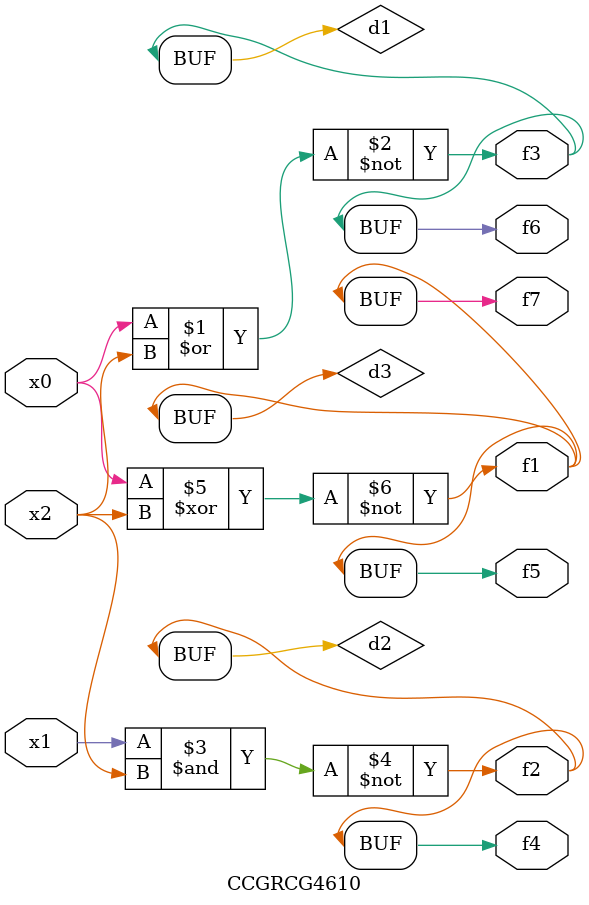
<source format=v>
module CCGRCG4610(
	input x0, x1, x2,
	output f1, f2, f3, f4, f5, f6, f7
);

	wire d1, d2, d3;

	nor (d1, x0, x2);
	nand (d2, x1, x2);
	xnor (d3, x0, x2);
	assign f1 = d3;
	assign f2 = d2;
	assign f3 = d1;
	assign f4 = d2;
	assign f5 = d3;
	assign f6 = d1;
	assign f7 = d3;
endmodule

</source>
